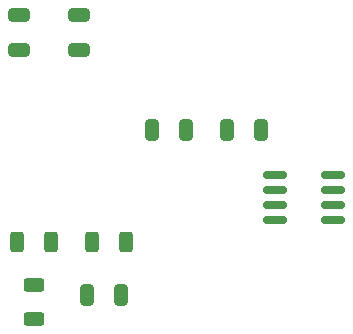
<source format=gbr>
%TF.GenerationSoftware,KiCad,Pcbnew,(6.0.1-0)*%
%TF.CreationDate,2023-07-04T07:10:59-04:00*%
%TF.ProjectId,Active Twin T,41637469-7665-4205-9477-696e20542e6b,rev?*%
%TF.SameCoordinates,Original*%
%TF.FileFunction,Paste,Top*%
%TF.FilePolarity,Positive*%
%FSLAX46Y46*%
G04 Gerber Fmt 4.6, Leading zero omitted, Abs format (unit mm)*
G04 Created by KiCad (PCBNEW (6.0.1-0)) date 2023-07-04 07:10:59*
%MOMM*%
%LPD*%
G01*
G04 APERTURE LIST*
G04 Aperture macros list*
%AMRoundRect*
0 Rectangle with rounded corners*
0 $1 Rounding radius*
0 $2 $3 $4 $5 $6 $7 $8 $9 X,Y pos of 4 corners*
0 Add a 4 corners polygon primitive as box body*
4,1,4,$2,$3,$4,$5,$6,$7,$8,$9,$2,$3,0*
0 Add four circle primitives for the rounded corners*
1,1,$1+$1,$2,$3*
1,1,$1+$1,$4,$5*
1,1,$1+$1,$6,$7*
1,1,$1+$1,$8,$9*
0 Add four rect primitives between the rounded corners*
20,1,$1+$1,$2,$3,$4,$5,0*
20,1,$1+$1,$4,$5,$6,$7,0*
20,1,$1+$1,$6,$7,$8,$9,0*
20,1,$1+$1,$8,$9,$2,$3,0*%
G04 Aperture macros list end*
%ADD10RoundRect,0.250000X-0.625000X0.312500X-0.625000X-0.312500X0.625000X-0.312500X0.625000X0.312500X0*%
%ADD11RoundRect,0.250000X-0.312500X-0.625000X0.312500X-0.625000X0.312500X0.625000X-0.312500X0.625000X0*%
%ADD12RoundRect,0.250000X0.312500X0.625000X-0.312500X0.625000X-0.312500X-0.625000X0.312500X-0.625000X0*%
%ADD13RoundRect,0.150000X-0.825000X-0.150000X0.825000X-0.150000X0.825000X0.150000X-0.825000X0.150000X0*%
%ADD14RoundRect,0.250000X0.325000X0.650000X-0.325000X0.650000X-0.325000X-0.650000X0.325000X-0.650000X0*%
%ADD15RoundRect,0.250000X-0.325000X-0.650000X0.325000X-0.650000X0.325000X0.650000X-0.325000X0.650000X0*%
%ADD16RoundRect,0.250000X0.650000X-0.325000X0.650000X0.325000X-0.650000X0.325000X-0.650000X-0.325000X0*%
G04 APERTURE END LIST*
D10*
%TO.C,R5*%
X123932000Y-134558500D03*
X123932000Y-131633500D03*
%TD*%
D11*
%TO.C,R4*%
X125394500Y-128016000D03*
X122469500Y-128016000D03*
%TD*%
D12*
%TO.C,R2*%
X128819500Y-128016000D03*
X131744500Y-128016000D03*
%TD*%
D13*
%TO.C,U1*%
X144317000Y-122301000D03*
X144317000Y-123571000D03*
X144317000Y-124841000D03*
X144317000Y-126111000D03*
X149267000Y-126111000D03*
X149267000Y-124841000D03*
X149267000Y-123571000D03*
X149267000Y-122301000D03*
%TD*%
D14*
%TO.C,C5*%
X131327000Y-132461000D03*
X128377000Y-132461000D03*
%TD*%
D15*
%TO.C,C4*%
X143187000Y-118491000D03*
X140237000Y-118491000D03*
%TD*%
%TO.C,C3*%
X136837000Y-118491000D03*
X133887000Y-118491000D03*
%TD*%
D16*
%TO.C,C2*%
X122662000Y-108761000D03*
X122662000Y-111711000D03*
%TD*%
%TO.C,C1*%
X127742000Y-111711000D03*
X127742000Y-108761000D03*
%TD*%
M02*

</source>
